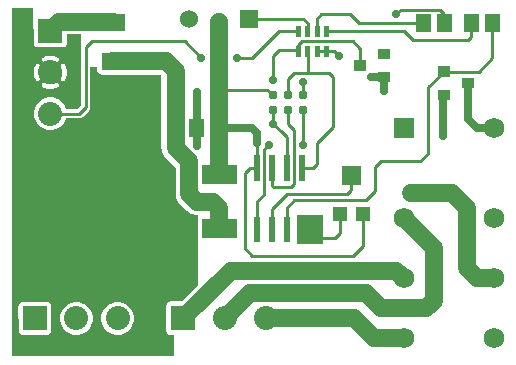
<source format=gbr>
G04 start of page 2 for group 0 idx 0 *
G04 Title: (unknown), top *
G04 Creator: pcb 4.0.2 *
G04 CreationDate: Wed Oct 14 23:21:47 2020 UTC *
G04 For: ndholmes *
G04 Format: Gerber/RS-274X *
G04 PCB-Dimensions (mil): 1700.00 1200.00 *
G04 PCB-Coordinate-Origin: lower left *
%MOIN*%
%FSLAX25Y25*%
%LNTOP*%
%ADD23C,0.0390*%
%ADD22C,0.0380*%
%ADD21C,0.0472*%
%ADD20C,0.0130*%
%ADD19C,0.0280*%
%ADD18C,0.0310*%
%ADD17C,0.0680*%
%ADD16C,0.0800*%
%ADD15C,0.0600*%
%ADD14C,0.0400*%
%ADD13C,0.0250*%
%ADD12C,0.0100*%
%ADD11C,0.0001*%
G54D11*G36*
X36000Y71500D02*X51685D01*
X51744Y70747D01*
X51921Y70012D01*
X52210Y69314D01*
X52605Y68670D01*
X53106Y68106D01*
X56500Y64712D01*
Y56000D01*
X56542Y55294D01*
X56707Y54605D01*
X56978Y53951D01*
X57348Y53347D01*
X57808Y52808D01*
X58347Y52348D01*
X58560Y52218D01*
X60267Y50511D01*
X60379Y50379D01*
X60906Y49929D01*
X61496Y49567D01*
X62136Y49302D01*
X62810Y49141D01*
X63500Y49086D01*
X63672Y49100D01*
X64000D01*
Y25840D01*
X58524Y20364D01*
X54788Y20357D01*
X54528Y20295D01*
X54281Y20192D01*
X54053Y20053D01*
X53991Y20000D01*
X38485D01*
X37977Y20122D01*
X37114Y20190D01*
X36251Y20122D01*
X36000Y20062D01*
Y71500D01*
G37*
G36*
X42500Y23500D02*X56000D01*
Y20360D01*
X54788Y20357D01*
X54528Y20295D01*
X54281Y20192D01*
X54053Y20053D01*
X53849Y19879D01*
X53675Y19675D01*
X53536Y19447D01*
X53433Y19200D01*
X53371Y18940D01*
X53355Y18673D01*
X53371Y10406D01*
X53433Y10146D01*
X53536Y9899D01*
X53675Y9671D01*
X53849Y9467D01*
X54053Y9293D01*
X54281Y9154D01*
X54528Y9051D01*
X54788Y8989D01*
X55055Y8973D01*
X56000Y8975D01*
Y2000D01*
X42500D01*
Y13547D01*
X42563Y13810D01*
X42614Y14673D01*
X42563Y15536D01*
X42500Y15799D01*
Y23500D01*
G37*
G36*
X48000Y2000D02*X37106D01*
Y9157D01*
X37114Y9156D01*
X37977Y9224D01*
X38819Y9426D01*
X39619Y9757D01*
X40357Y10210D01*
X41015Y10772D01*
X41577Y11430D01*
X42030Y12168D01*
X42361Y12968D01*
X42563Y13810D01*
X42614Y14673D01*
X42563Y15536D01*
X42361Y16378D01*
X42030Y17178D01*
X41577Y17916D01*
X41015Y18574D01*
X40357Y19136D01*
X39619Y19589D01*
X38819Y19920D01*
X37977Y20122D01*
X37114Y20190D01*
X37106Y20189D01*
Y77500D01*
X48000D01*
Y2000D01*
G37*
G36*
X37106D02*X23327D01*
Y9157D01*
X23335Y9156D01*
X24198Y9224D01*
X25040Y9426D01*
X25840Y9757D01*
X26578Y10210D01*
X27236Y10772D01*
X27798Y11430D01*
X28251Y12168D01*
X28582Y12968D01*
X28784Y13810D01*
X28835Y14673D01*
X28784Y15536D01*
X28582Y16378D01*
X28251Y17178D01*
X27798Y17916D01*
X27236Y18574D01*
X26578Y19136D01*
X25840Y19589D01*
X25040Y19920D01*
X24198Y20122D01*
X23335Y20190D01*
X23327Y20189D01*
Y77500D01*
X37106D01*
Y20189D01*
X36251Y20122D01*
X35409Y19920D01*
X34609Y19589D01*
X33871Y19136D01*
X33213Y18574D01*
X32651Y17916D01*
X32198Y17178D01*
X31867Y16378D01*
X31665Y15536D01*
X31597Y14673D01*
X31665Y13810D01*
X31867Y12968D01*
X32198Y12168D01*
X32651Y11430D01*
X33213Y10772D01*
X33871Y10210D01*
X34609Y9757D01*
X35409Y9426D01*
X36251Y9224D01*
X37106Y9157D01*
Y2000D01*
G37*
G36*
X23327D02*X9555D01*
Y9180D01*
X13790Y9187D01*
X14020Y9242D01*
X14238Y9332D01*
X14439Y9456D01*
X14619Y9609D01*
X14772Y9789D01*
X14896Y9990D01*
X14986Y10208D01*
X15041Y10438D01*
X15055Y10673D01*
X15041Y18908D01*
X14986Y19138D01*
X14896Y19356D01*
X14772Y19557D01*
X14619Y19737D01*
X14439Y19890D01*
X14238Y20014D01*
X14020Y20104D01*
X13790Y20159D01*
X13555Y20173D01*
X9555Y20166D01*
Y77500D01*
X13547D01*
X13810Y77437D01*
X14673Y77369D01*
X15536Y77437D01*
X15799Y77500D01*
X23327D01*
Y20189D01*
X22472Y20122D01*
X21630Y19920D01*
X20830Y19589D01*
X20092Y19136D01*
X19434Y18574D01*
X18872Y17916D01*
X18419Y17178D01*
X18088Y16378D01*
X17886Y15536D01*
X17818Y14673D01*
X17886Y13810D01*
X18088Y12968D01*
X18419Y12168D01*
X18872Y11430D01*
X19434Y10772D01*
X20092Y10210D01*
X20830Y9757D01*
X21630Y9426D01*
X22472Y9224D01*
X23327Y9157D01*
Y2000D01*
G37*
G36*
X9555D02*X2000D01*
Y77500D01*
X9555D01*
Y20166D01*
X5320Y20159D01*
X5090Y20104D01*
X4872Y20014D01*
X4671Y19890D01*
X4491Y19737D01*
X4338Y19557D01*
X4214Y19356D01*
X4124Y19138D01*
X4069Y18908D01*
X4055Y18673D01*
X4069Y10438D01*
X4124Y10208D01*
X4214Y9990D01*
X4338Y9789D01*
X4491Y9609D01*
X4671Y9456D01*
X4872Y9332D01*
X5090Y9242D01*
X5320Y9187D01*
X5555Y9173D01*
X9555Y9180D01*
Y2000D01*
G37*
G36*
X2000Y118000D02*X9000D01*
Y69500D01*
X2000D01*
Y118000D01*
G37*
G36*
X14756Y77376D02*X15536Y77437D01*
X16378Y77639D01*
X17178Y77970D01*
X17916Y78423D01*
X18574Y78985D01*
X19136Y79643D01*
X19589Y80381D01*
X19920Y81181D01*
X19969Y81386D01*
X24327D01*
X24386Y81381D01*
X24621Y81400D01*
X24621Y81400D01*
X24851Y81455D01*
X25000Y81517D01*
Y71000D01*
X14756D01*
Y77376D01*
G37*
G36*
X19166Y105025D02*X19356Y105104D01*
X19557Y105228D01*
X19737Y105381D01*
X19890Y105561D01*
X20014Y105762D01*
X20104Y105980D01*
X20159Y106210D01*
X20173Y106445D01*
X20168Y109312D01*
X25000D01*
Y105059D01*
X24995Y105000D01*
X25000Y104941D01*
Y85621D01*
X23765Y84386D01*
X19969D01*
X19920Y84591D01*
X19589Y85391D01*
X19166Y86081D01*
Y93810D01*
X19251Y93846D01*
X19352Y93908D01*
X19442Y93984D01*
X19518Y94074D01*
X19578Y94176D01*
X19795Y94645D01*
X19962Y95134D01*
X20082Y95637D01*
X20155Y96149D01*
X20179Y96665D01*
X20155Y97181D01*
X20082Y97693D01*
X19962Y98196D01*
X19795Y98685D01*
X19583Y99157D01*
X19522Y99258D01*
X19445Y99349D01*
X19355Y99426D01*
X19253Y99488D01*
X19166Y99525D01*
Y105025D01*
G37*
G36*
X14756Y104952D02*X18908Y104959D01*
X19138Y105014D01*
X19166Y105025D01*
Y99525D01*
X19144Y99534D01*
X19028Y99562D01*
X18910Y99571D01*
X18792Y99562D01*
X18676Y99535D01*
X18566Y99489D01*
X18465Y99427D01*
X18375Y99351D01*
X18297Y99260D01*
X18235Y99159D01*
X18189Y99050D01*
X18162Y98934D01*
X18152Y98816D01*
X18161Y98697D01*
X18189Y98582D01*
X18236Y98473D01*
X18394Y98133D01*
X18515Y97777D01*
X18603Y97412D01*
X18655Y97040D01*
X18673Y96665D01*
X18655Y96290D01*
X18603Y95918D01*
X18515Y95553D01*
X18394Y95197D01*
X18240Y94855D01*
X18193Y94747D01*
X18166Y94632D01*
X18156Y94514D01*
X18166Y94397D01*
X18194Y94282D01*
X18239Y94173D01*
X18301Y94072D01*
X18378Y93983D01*
X18468Y93906D01*
X18568Y93845D01*
X18677Y93800D01*
X18792Y93772D01*
X18910Y93763D01*
X19028Y93773D01*
X19142Y93800D01*
X19166Y93810D01*
Y86081D01*
X19136Y86129D01*
X18574Y86787D01*
X17916Y87349D01*
X17178Y87802D01*
X16378Y88133D01*
X15536Y88335D01*
X14756Y88396D01*
Y91163D01*
X15189Y91183D01*
X15701Y91256D01*
X16204Y91376D01*
X16693Y91543D01*
X17165Y91755D01*
X17266Y91816D01*
X17357Y91893D01*
X17434Y91983D01*
X17496Y92085D01*
X17542Y92194D01*
X17570Y92310D01*
X17579Y92428D01*
X17570Y92546D01*
X17543Y92662D01*
X17497Y92772D01*
X17435Y92873D01*
X17359Y92963D01*
X17268Y93041D01*
X17167Y93103D01*
X17058Y93149D01*
X16942Y93176D01*
X16824Y93186D01*
X16705Y93177D01*
X16590Y93149D01*
X16481Y93102D01*
X16141Y92944D01*
X15785Y92823D01*
X15420Y92735D01*
X15048Y92683D01*
X14756Y92669D01*
Y93497D01*
X14838Y93491D01*
X15309Y93528D01*
X15768Y93638D01*
X16204Y93819D01*
X16607Y94065D01*
X16966Y94372D01*
X17273Y94731D01*
X17519Y95134D01*
X17700Y95570D01*
X17810Y96029D01*
X17847Y96500D01*
X17810Y96971D01*
X17700Y97430D01*
X17519Y97866D01*
X17273Y98269D01*
X16959Y98621D01*
X16794Y98786D01*
X16442Y99100D01*
X16039Y99346D01*
X15603Y99527D01*
X15144Y99637D01*
X14756Y99668D01*
Y100661D01*
X15048Y100647D01*
X15420Y100595D01*
X15785Y100507D01*
X16141Y100386D01*
X16483Y100232D01*
X16591Y100185D01*
X16706Y100158D01*
X16824Y100148D01*
X16941Y100158D01*
X17056Y100186D01*
X17165Y100231D01*
X17266Y100293D01*
X17355Y100370D01*
X17432Y100460D01*
X17493Y100560D01*
X17538Y100669D01*
X17566Y100784D01*
X17575Y100902D01*
X17565Y101020D01*
X17538Y101134D01*
X17492Y101243D01*
X17430Y101344D01*
X17354Y101434D01*
X17264Y101510D01*
X17162Y101570D01*
X16693Y101787D01*
X16204Y101954D01*
X15701Y102074D01*
X15189Y102147D01*
X14756Y102167D01*
Y104952D01*
G37*
G36*
X10180Y79691D02*X10210Y79643D01*
X10772Y78985D01*
X11430Y78423D01*
X12168Y77970D01*
X12968Y77639D01*
X13810Y77437D01*
X14673Y77369D01*
X14756Y77376D01*
Y71000D01*
X10180D01*
Y79691D01*
G37*
G36*
Y105025D02*X10208Y105014D01*
X10438Y104959D01*
X10673Y104945D01*
X14756Y104952D01*
Y102167D01*
X14673Y102171D01*
X14157Y102147D01*
X13645Y102074D01*
X13142Y101954D01*
X12653Y101787D01*
X12181Y101575D01*
X12080Y101514D01*
X11989Y101437D01*
X11912Y101347D01*
X11850Y101245D01*
X11804Y101136D01*
X11776Y101020D01*
X11767Y100902D01*
X11776Y100784D01*
X11803Y100668D01*
X11849Y100558D01*
X11911Y100457D01*
X11987Y100367D01*
X12078Y100289D01*
X12179Y100227D01*
X12288Y100181D01*
X12404Y100154D01*
X12522Y100144D01*
X12641Y100153D01*
X12756Y100181D01*
X12865Y100228D01*
X13205Y100386D01*
X13561Y100507D01*
X13926Y100595D01*
X14298Y100647D01*
X14673Y100665D01*
X14756Y100661D01*
Y99668D01*
X14673Y99674D01*
X14202Y99637D01*
X13743Y99527D01*
X13307Y99346D01*
X12904Y99100D01*
X12545Y98793D01*
X12238Y98434D01*
X11992Y98031D01*
X11811Y97595D01*
X11701Y97136D01*
X11664Y96665D01*
X11701Y96194D01*
X11811Y95735D01*
X11992Y95299D01*
X12238Y94896D01*
X12552Y94544D01*
X12717Y94379D01*
X13069Y94065D01*
X13472Y93819D01*
X13908Y93638D01*
X14367Y93528D01*
X14756Y93497D01*
Y92669D01*
X14673Y92665D01*
X14298Y92683D01*
X13926Y92735D01*
X13561Y92823D01*
X13205Y92944D01*
X12863Y93098D01*
X12755Y93145D01*
X12640Y93172D01*
X12522Y93182D01*
X12405Y93172D01*
X12290Y93144D01*
X12181Y93099D01*
X12080Y93037D01*
X11991Y92960D01*
X11914Y92870D01*
X11853Y92770D01*
X11808Y92661D01*
X11780Y92546D01*
X11771Y92428D01*
X11781Y92310D01*
X11808Y92196D01*
X11854Y92087D01*
X11916Y91986D01*
X11992Y91896D01*
X12082Y91820D01*
X12184Y91760D01*
X12653Y91543D01*
X13142Y91376D01*
X13645Y91256D01*
X14157Y91183D01*
X14673Y91159D01*
X14756Y91163D01*
Y88396D01*
X14673Y88403D01*
X13810Y88335D01*
X12968Y88133D01*
X12168Y87802D01*
X11430Y87349D01*
X10772Y86787D01*
X10210Y86129D01*
X10180Y86081D01*
Y93805D01*
X10202Y93796D01*
X10318Y93768D01*
X10436Y93759D01*
X10554Y93768D01*
X10670Y93795D01*
X10780Y93841D01*
X10881Y93903D01*
X10971Y93979D01*
X11049Y94070D01*
X11111Y94171D01*
X11157Y94280D01*
X11184Y94396D01*
X11194Y94514D01*
X11185Y94633D01*
X11157Y94748D01*
X11110Y94857D01*
X10952Y95197D01*
X10831Y95553D01*
X10743Y95918D01*
X10691Y96290D01*
X10673Y96665D01*
X10691Y97040D01*
X10743Y97412D01*
X10831Y97777D01*
X10952Y98133D01*
X11106Y98475D01*
X11153Y98583D01*
X11180Y98698D01*
X11190Y98816D01*
X11180Y98933D01*
X11152Y99048D01*
X11107Y99157D01*
X11045Y99258D01*
X10968Y99347D01*
X10878Y99424D01*
X10778Y99485D01*
X10669Y99530D01*
X10554Y99558D01*
X10436Y99567D01*
X10318Y99557D01*
X10204Y99530D01*
X10180Y99520D01*
Y105025D01*
G37*
G36*
X4000Y111000D02*X9179D01*
X9187Y106210D01*
X9242Y105980D01*
X9332Y105762D01*
X9456Y105561D01*
X9609Y105381D01*
X9789Y105228D01*
X9990Y105104D01*
X10180Y105025D01*
Y99520D01*
X10095Y99484D01*
X9994Y99422D01*
X9904Y99346D01*
X9828Y99256D01*
X9768Y99154D01*
X9551Y98685D01*
X9384Y98196D01*
X9264Y97693D01*
X9191Y97181D01*
X9167Y96665D01*
X9191Y96149D01*
X9264Y95637D01*
X9384Y95134D01*
X9551Y94645D01*
X9763Y94173D01*
X9824Y94072D01*
X9901Y93981D01*
X9991Y93904D01*
X10093Y93842D01*
X10180Y93805D01*
Y86081D01*
X9757Y85391D01*
X9426Y84591D01*
X9224Y83749D01*
X9156Y82886D01*
X9224Y82023D01*
X9426Y81181D01*
X9757Y80381D01*
X10180Y79691D01*
Y71000D01*
X4000D01*
Y111000D01*
G37*
G36*
X28000Y90500D02*X42500D01*
Y73000D01*
X21000D01*
Y81386D01*
X24327D01*
X24386Y81381D01*
X24621Y81400D01*
X24621Y81400D01*
X24851Y81455D01*
X25069Y81545D01*
X25270Y81669D01*
X25450Y81822D01*
X25488Y81867D01*
X27519Y83898D01*
X27564Y83936D01*
X27717Y84115D01*
X27717Y84116D01*
X27841Y84317D01*
X27931Y84535D01*
X27986Y84765D01*
X28005Y85000D01*
X28000Y85059D01*
Y90500D01*
G37*
G36*
X51700Y67500D02*X23000D01*
Y81386D01*
X24327D01*
X24386Y81381D01*
X24621Y81400D01*
X24621Y81400D01*
X24851Y81455D01*
X25069Y81545D01*
X25270Y81669D01*
X25450Y81822D01*
X25488Y81867D01*
X27519Y83898D01*
X27564Y83936D01*
X27717Y84115D01*
X27717Y84116D01*
X27841Y84317D01*
X27931Y84535D01*
X27986Y84765D01*
X28005Y85000D01*
X28000Y85059D01*
Y98500D01*
X30249D01*
X30252Y97295D01*
X30314Y97035D01*
X30417Y96788D01*
X30557Y96559D01*
X30730Y96356D01*
X30934Y96182D01*
X31162Y96042D01*
X31409Y95940D01*
X31669Y95878D01*
X31936Y95862D01*
X34920Y95868D01*
X34980Y95854D01*
X35686Y95812D01*
X51700D01*
Y71688D01*
X51685Y71500D01*
X51700Y71312D01*
Y67500D01*
G37*
G36*
X97000Y49000D02*X105500D01*
Y39500D01*
X97000D01*
Y49000D01*
G37*
G54D12*X162043Y108043D02*Y113000D01*
X162000Y101500D02*Y110914D01*
X162043Y110957D01*
G54D13*X154000Y93000D02*Y81000D01*
X157000Y78000D01*
X162500D01*
G54D12*X157400Y96900D02*X162000Y101500D01*
X146043Y113000D02*Y115957D01*
X155000Y108500D02*Y112957D01*
X154957Y113000D01*
X154000Y107500D02*X155000Y108500D01*
X145800Y96900D02*X157400D01*
G54D13*X145500Y75500D02*Y88800D01*
X145800Y89100D01*
G54D12*X140500Y91600D02*X145800Y96900D01*
X125500Y67000D02*X138000D01*
X140500Y69500D01*
Y91600D01*
X125000Y67000D02*X128500D01*
G54D13*X126000Y95000D02*Y90500D01*
G54D12*X103575Y103652D02*X109348D01*
X111000Y102000D01*
X100425Y110348D02*Y113075D01*
X103575Y110348D02*Y114575D01*
X105000Y116000D01*
X100500Y96500D02*Y103577D01*
X100425Y103652D01*
X114500Y116000D02*X109500D01*
X109000D02*X112500D01*
X105000D02*X112000D01*
X98500Y107000D02*X115500D01*
X146043Y115957D02*X144500Y117500D01*
X131500D01*
X130000Y116000D01*
X138957Y113000D02*X117500D01*
X106724Y110348D02*X132652D01*
X135500Y107500D01*
X154000D01*
X117500Y113000D02*X114500Y116000D01*
X115500Y107000D02*X118000Y104500D01*
Y99100D01*
X117800Y98900D01*
X109000Y78500D02*Y95000D01*
X106000Y75500D02*X109000Y78500D01*
X99000Y72500D02*Y78500D01*
X103500Y73000D02*X107000Y76500D01*
G54D13*X121500Y95000D02*X126000D01*
G54D14*X59000Y14728D02*X59055Y14673D01*
G54D15*X72835D02*Y14835D01*
X81250Y23250D01*
X74882Y30500D02*X59055Y14673D01*
X119750Y23250D02*X125000Y18000D01*
X115827Y14673D02*X122500Y8000D01*
X132500D01*
X125000Y18000D02*X140000D01*
X86614Y14673D02*X115827D01*
X124000Y30500D02*X74882D01*
X81250Y23250D02*X119750D01*
X118500Y30500D02*X130000D01*
X132500Y28000D01*
G54D12*X115500Y35500D02*X82000D01*
X79500Y38000D01*
G54D15*X71000Y44500D02*Y51500D01*
X69000Y53500D01*
X63500D01*
X61000Y56000D01*
Y67000D01*
G54D12*X79500Y38000D02*Y60750D01*
X81250Y64750D02*X79500Y63000D01*
Y58500D01*
X83500Y44250D02*Y53500D01*
X86000Y56000D01*
X96000Y65500D02*Y59500D01*
X95000Y58500D01*
X93500Y44250D02*Y51500D01*
X96000Y54000D01*
X95000Y58500D02*X89000D01*
X88500Y59000D01*
Y64750D01*
Y51000D02*X93500Y56000D01*
X88500Y44250D02*Y51000D01*
X115000Y62250D02*X115000Y62250D01*
X111100Y49450D02*Y43100D01*
X109500Y41500D01*
X103500D01*
X98500Y64750D02*X102250D01*
X103500Y66000D01*
G54D14*X14838Y96500D02*X14673Y96665D01*
G54D12*Y82886D02*X24386D01*
X26500Y85000D01*
Y105000D01*
G54D15*X35686Y113312D02*X17540D01*
X14673Y110445D01*
G54D12*X26500Y105000D02*X28500Y107000D01*
X44500D01*
G54D15*X35686Y100312D02*X53188D01*
G54D12*X42500Y107000D02*X59500D01*
G54D15*X71000Y113500D02*Y62500D01*
G54D13*X63500Y90000D02*Y72000D01*
G54D15*X61000Y67000D02*X56500Y71500D01*
Y97000D02*Y71500D01*
X58000Y70000D01*
X53188Y100312D02*X56500Y97000D01*
G54D12*X59500Y107000D02*X65000Y101500D01*
X96000Y114500D02*X81000D01*
X100425Y113075D02*X99000Y114500D01*
X95000D01*
X97276Y110348D02*X90848D01*
X97276Y103652D02*Y105776D01*
X98500Y107000D01*
X97276Y104000D02*X91000D01*
X83500Y64750D02*Y74500D01*
G54D13*Y73000D02*Y76500D01*
X82000Y78000D01*
X79500D01*
G54D12*X86000Y71000D02*X87500Y72500D01*
X96000Y96500D02*X94000Y94500D01*
Y89000D01*
X90848Y110348D02*X82000Y101500D01*
X77000D01*
X91000Y104000D02*X89000Y102000D01*
Y94000D01*
G54D15*X162500Y28000D02*X157000D01*
X153500Y31500D01*
Y51500D01*
X148500Y56500D01*
X140000Y18000D02*X142500Y20500D01*
Y38000D01*
X132500Y48000D01*
X148500Y56500D02*X136000D01*
X135500D02*X135000D01*
G54D12*X96000Y65250D02*Y77500D01*
X94000Y79500D01*
Y84000D01*
X93500Y64750D02*Y75000D01*
X91500Y77000D01*
X89000Y79500D02*X92500Y76000D01*
X89000Y84000D02*Y79500D01*
Y89000D02*X88900D01*
X87050Y90850D01*
X89000Y80500D02*Y79500D01*
X87050Y90850D02*X75050D01*
X78000D02*X71150D01*
X71000Y91000D01*
G54D13*X81500Y78000D02*X70543D01*
G54D12*X83500Y64750D02*X81250D01*
X86000Y56000D02*Y71000D01*
X96000Y54000D02*X120000D01*
X93500Y56000D02*X113500D01*
X118900Y49450D02*Y38900D01*
X115500Y35500D01*
X120000Y54000D02*X123000Y57000D01*
Y65000D01*
X125000Y67000D01*
X113500Y56000D02*X115000Y57500D01*
Y62250D01*
X99000Y84000D02*Y76500D01*
X107000Y96500D02*X96000D01*
X99000Y93500D02*Y89000D01*
X97276Y96524D02*X97300Y96500D01*
X109000Y95000D02*X107500Y96500D01*
X106000D01*
X103500Y66000D02*Y73000D01*
G54D11*G36*
X55055Y18673D02*Y10673D01*
X63055D01*
Y18673D01*
X55055D01*
G37*
G54D16*X72835Y14673D03*
X86614D03*
G54D11*G36*
X78000Y117500D02*Y111500D01*
X84000D01*
Y117500D01*
X78000D01*
G37*
G54D15*X71000Y113500D03*
X61000Y114500D03*
G54D17*X132500Y8000D03*
X162500D03*
Y28000D03*
Y48000D03*
Y78000D03*
G54D11*G36*
X129100Y81400D02*Y74600D01*
X135900D01*
Y81400D01*
X129100D01*
G37*
G54D17*X132500Y48000D03*
Y28000D03*
G54D11*G36*
X10673Y114445D02*Y106445D01*
X18673D01*
Y114445D01*
X10673D01*
G37*
G54D16*X14673Y96665D03*
Y82886D03*
G54D11*G36*
X5555Y18673D02*Y10673D01*
X13555D01*
Y18673D01*
X5555D01*
G37*
G54D16*X23335Y14673D03*
X37114D03*
G54D11*G36*
X157516Y115952D02*X152398D01*
Y110048D01*
X157516D01*
Y115952D01*
G37*
G36*
X164602D02*X159484D01*
Y110048D01*
X164602D01*
Y115952D01*
G37*
G36*
X107560Y112120D02*X105888D01*
Y108577D01*
X107560D01*
Y112120D01*
G37*
G36*
X141516Y115952D02*X136398D01*
Y110048D01*
X141516D01*
Y115952D01*
G37*
G36*
X148602D02*X143484D01*
Y110048D01*
X148602D01*
Y115952D01*
G37*
G36*
X104412Y112120D02*X102738D01*
Y108577D01*
X104412D01*
Y112120D01*
G37*
G36*
X101262D02*X99588D01*
Y108577D01*
X101262D01*
Y112120D01*
G37*
G54D18*X99000Y89000D03*
G54D11*G36*
X98112Y112120D02*X96440D01*
Y108577D01*
X98112D01*
Y112120D01*
G37*
G36*
Y105423D02*X96440D01*
Y101880D01*
X98112D01*
Y105423D01*
G37*
G36*
X101262D02*X99588D01*
Y101880D01*
X101262D01*
Y105423D01*
G37*
G36*
X104412D02*X102738D01*
Y101880D01*
X104412D01*
Y105423D01*
G37*
G36*
X107560D02*X105888D01*
Y101880D01*
X107560D01*
Y105423D01*
G37*
G36*
X124000Y104500D02*Y101100D01*
X128000D01*
Y104500D01*
X124000D01*
G37*
G36*
X115800Y100600D02*Y97200D01*
X119800D01*
Y100600D01*
X115800D01*
G37*
G36*
X143800Y98600D02*Y95200D01*
X147800D01*
Y98600D01*
X143800D01*
G37*
G36*
Y90800D02*Y87400D01*
X147800D01*
Y90800D01*
X143800D01*
G37*
G36*
X152000Y94700D02*Y91300D01*
X156000D01*
Y94700D01*
X152000D01*
G37*
G36*
X124000Y96700D02*Y93300D01*
X128000D01*
Y96700D01*
X124000D01*
G37*
G36*
X58602Y90452D02*X53484D01*
Y84548D01*
X58602D01*
Y90452D01*
G37*
G36*
X51516D02*X46398D01*
Y84548D01*
X51516D01*
Y90452D01*
G37*
G36*
X31936Y116062D02*Y110562D01*
X39436D01*
Y116062D01*
X31936D01*
G37*
G36*
Y103062D02*Y97562D01*
X39436D01*
Y103062D01*
X31936D01*
G37*
G36*
X30500Y64900D02*Y42100D01*
X54900D01*
Y64900D01*
X30500D01*
G37*
G36*
X84500Y48500D02*X82500D01*
Y40000D01*
X84500D01*
Y48500D01*
G37*
G36*
X65100Y47650D02*Y41350D01*
X76900D01*
Y47650D01*
X65100D01*
G37*
G36*
X108749Y51800D02*Y47100D01*
X113450D01*
Y51800D01*
X108749D01*
G37*
G36*
X116550D02*Y47100D01*
X121251D01*
Y51800D01*
X116550D01*
G37*
G36*
X89500Y48500D02*X87500D01*
Y40000D01*
X89500D01*
Y48500D01*
G37*
G54D18*X89000Y84000D03*
Y89000D03*
G54D11*G36*
X94500Y48500D02*X92500D01*
Y40000D01*
X94500D01*
Y48500D01*
G37*
G54D18*X94000Y84000D03*
Y89000D03*
G54D11*G36*
X99500Y48500D02*X97500D01*
Y40000D01*
X99500D01*
Y48500D01*
G37*
G54D18*X99000Y84000D03*
G54D11*G36*
X99500Y69000D02*X97500D01*
Y60500D01*
X99500D01*
Y69000D01*
G37*
G36*
X94500D02*X92500D01*
Y60500D01*
X94500D01*
Y69000D01*
G37*
G36*
X89500D02*X87500D01*
Y60500D01*
X89500D01*
Y69000D01*
G37*
G36*
X84500D02*X82500D01*
Y60500D01*
X84500D01*
Y69000D01*
G37*
G36*
X111850Y65400D02*Y59100D01*
X118151D01*
Y65400D01*
X111850D01*
G37*
G36*
X65100Y65650D02*Y59350D01*
X76900D01*
Y65650D01*
X65100D01*
G37*
G36*
X73102Y80952D02*X67984D01*
Y75048D01*
X73102D01*
Y80952D01*
G37*
G36*
X66016D02*X60898D01*
Y75048D01*
X66016D01*
Y80952D01*
G37*
G54D19*X63500Y85000D03*
Y72000D03*
Y90000D03*
X65000Y101500D03*
X77000D03*
X87500Y72500D03*
X89000Y94000D03*
Y79500D03*
X145500Y83500D03*
Y79500D03*
Y75500D03*
X135500Y56500D03*
X139500D03*
X143500D03*
X147500D03*
X99000Y93500D03*
X103500Y47000D03*
Y41500D03*
X99000Y72500D03*
X111000Y102000D03*
X130000Y116000D03*
X121500Y95000D03*
X126000Y90500D03*
X31700Y67500D03*
X27700Y63500D03*
Y58500D03*
X24000Y61000D03*
X36700Y67500D03*
Y39500D03*
X31700D03*
X27700Y53500D03*
Y48500D03*
Y43500D03*
X24000Y56000D03*
Y51000D03*
Y46000D03*
X34500Y36000D03*
X41700Y67500D03*
Y39500D03*
X46700Y67500D03*
Y39500D03*
X51700D03*
X34000Y71000D03*
X39000D03*
X44000D03*
X49000D03*
X39500Y36000D03*
X44500D03*
X49500D03*
G54D20*G54D21*G54D22*G54D23*G54D22*G54D21*M02*

</source>
